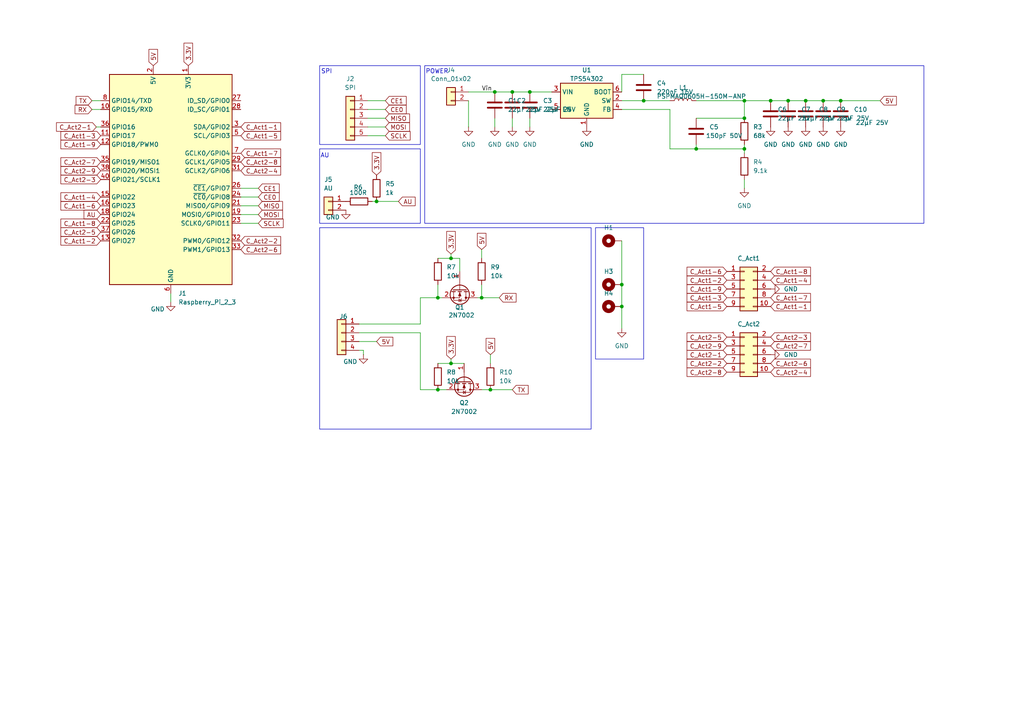
<source format=kicad_sch>
(kicad_sch (version 20231120) (generator "eeschema") (generator_version "8.0")
  (paper "A4")
  (lib_symbols
    (symbol "Connector:Raspberry_Pi_2_3"
      (property "Reference" "J" (at -17.78 31.75 0))
      (property "Value" "Raspberry_Pi_2_3" (at 10.16 -31.75 0))
      (symbol "Raspberry_Pi_2_3_0_1"
        (rectangle (start -17.78 30.48) (end 17.78 -30.48) (stroke (width 0.254)) (fill (type background)))
      )
      (symbol "Raspberry_Pi_2_3_1_1"
        (pin power_in line (at 5.08 33.02 270) (length 2.54) (name "3V3") (number "1"))
        (pin bidirectional line (at -20.32 20.32 0) (length 2.54) (name "GPIO15/RXD") (number "10"))
        (pin bidirectional line (at -20.32 12.7 0) (length 2.54) (name "GPIO17") (number "11"))
        (pin bidirectional line (at -20.32 10.16 0) (length 2.54) (name "GPIO18/PWM0") (number "12"))
        (pin bidirectional line (at -20.32 -17.78 0) (length 2.54) (name "GPIO27") (number "13"))
        (pin passive line (at 0 -33.02 90) (length 2.54) hide (name "GND") (number "14"))
        (pin bidirectional line (at -20.32 -5.08 0) (length 2.54) (name "GPIO22") (number "15"))
        (pin bidirectional line (at -20.32 -7.62 0) (length 2.54) (name "GPIO23") (number "16"))
        (pin passive line (at 5.08 33.02 270) (length 2.54) hide (name "3V3") (number "17"))
        (pin bidirectional line (at -20.32 -10.16 0) (length 2.54) (name "GPIO24") (number "18"))
        (pin bidirectional line (at 20.32 -10.16 180) (length 2.54) (name "MOSI0/GPIO10") (number "19"))
        (pin power_in line (at -5.08 33.02 270) (length 2.54) (name "5V") (number "2"))
        (pin passive line (at 0 -33.02 90) (length 2.54) hide (name "GND") (number "20"))
        (pin bidirectional line (at 20.32 -7.62 180) (length 2.54) (name "MISO0/GPIO9") (number "21"))
        (pin bidirectional line (at -20.32 -12.7 0) (length 2.54) (name "GPIO25") (number "22"))
        (pin bidirectional line (at 20.32 -12.7 180) (length 2.54) (name "SCLK0/GPIO11") (number "23"))
        (pin bidirectional line (at 20.32 -5.08 180) (length 2.54) (name "~{CE0}/GPIO8") (number "24"))
        (pin passive line (at 0 -33.02 90) (length 2.54) hide (name "GND") (number "25"))
        (pin bidirectional line (at 20.32 -2.54 180) (length 2.54) (name "~{CE1}/GPIO7") (number "26"))
        (pin bidirectional line (at 20.32 22.86 180) (length 2.54) (name "ID_SD/GPIO0") (number "27"))
        (pin bidirectional line (at 20.32 20.32 180) (length 2.54) (name "ID_SC/GPIO1") (number "28"))
        (pin bidirectional line (at 20.32 5.08 180) (length 2.54) (name "GCLK1/GPIO5") (number "29"))
        (pin bidirectional line (at 20.32 15.24 180) (length 2.54) (name "SDA/GPIO2") (number "3"))
        (pin passive line (at 0 -33.02 90) (length 2.54) hide (name "GND") (number "30"))
        (pin bidirectional line (at 20.32 2.54 180) (length 2.54) (name "GCLK2/GPIO6") (number "31"))
        (pin bidirectional line (at 20.32 -17.78 180) (length 2.54) (name "PWM0/GPIO12") (number "32"))
        (pin bidirectional line (at 20.32 -20.32 180) (length 2.54) (name "PWM1/GPIO13") (number "33"))
        (pin passive line (at 0 -33.02 90) (length 2.54) hide (name "GND") (number "34"))
        (pin bidirectional line (at -20.32 5.08 0) (length 2.54) (name "GPIO19/MISO1") (number "35"))
        (pin bidirectional line (at -20.32 15.24 0) (length 2.54) (name "GPIO16") (number "36"))
        (pin bidirectional line (at -20.32 -15.24 0) (length 2.54) (name "GPIO26") (number "37"))
        (pin bidirectional line (at -20.32 2.54 0) (length 2.54) (name "GPIO20/MOSI1") (number "38"))
        (pin passive line (at 0 -33.02 90) (length 2.54) hide (name "GND") (number "39"))
        (pin passive line (at -5.08 33.02 270) (length 2.54) hide (name "5V") (number "4"))
        (pin bidirectional line (at -20.32 0 0) (length 2.54) (name "GPIO21/SCLK1") (number "40"))
        (pin bidirectional line (at 20.32 12.7 180) (length 2.54) (name "SCL/GPIO3") (number "5"))
        (pin power_in line (at 0 -33.02 90) (length 2.54) (name "GND") (number "6"))
        (pin bidirectional line (at 20.32 7.62 180) (length 2.54) (name "GCLK0/GPIO4") (number "7"))
        (pin bidirectional line (at -20.32 22.86 0) (length 2.54) (name "GPIO14/TXD") (number "8"))
        (pin passive line (at 0 -33.02 90) (length 2.54) hide (name "GND") (number "9"))
      )
    )
    (symbol "Connector_Generic:Conn_01x02" (pin_names (offset 1.016) hide)
      (property "Reference" "J" (at 0 2.54 0))
      (property "Value" "Conn_01x02" (at 0 -5.08 0))
      (symbol "Conn_01x02_1_1"
        (rectangle (start -1.27 -2.413) (end 0 -2.667) (stroke (width 0.1524)))
        (rectangle (start -1.27 0.127) (end 0 -0.127) (stroke (width 0.1524)))
        (rectangle (start -1.27 1.27) (end 1.27 -3.81) (stroke (width 0.254)) (fill (type background)))
        (pin passive line (at -5.08 0 0) (length 3.81) (name "Pin_1") (number "1"))
        (pin passive line (at -5.08 -2.54 0) (length 3.81) (name "Pin_2") (number "2"))
      )
    )
    (symbol "Connector_Generic:Conn_01x04" (pin_names (offset 1.016) hide)
      (property "Reference" "J" (at 0 5.08 0))
      (property "Value" "Conn_01x04" (at 0 -7.62 0))
      (symbol "Conn_01x04_1_1"
        (rectangle (start -1.27 -4.953) (end 0 -5.207) (stroke (width 0.1524)))
        (rectangle (start -1.27 -2.413) (end 0 -2.667) (stroke (width 0.1524)))
        (rectangle (start -1.27 0.127) (end 0 -0.127) (stroke (width 0.1524)))
        (rectangle (start -1.27 2.667) (end 0 2.413) (stroke (width 0.1524)))
        (rectangle (start -1.27 3.81) (end 1.27 -6.35) (stroke (width 0.254)) (fill (type background)))
        (pin passive line (at -5.08 2.54 0) (length 3.81) (name "Pin_1") (number "1"))
        (pin passive line (at -5.08 0 0) (length 3.81) (name "Pin_2") (number "2"))
        (pin passive line (at -5.08 -2.54 0) (length 3.81) (name "Pin_3") (number "3"))
        (pin passive line (at -5.08 -5.08 0) (length 3.81) (name "Pin_4") (number "4"))
      )
    )
    (symbol "Connector_Generic:Conn_01x05" (pin_names (offset 1.016) hide)
      (property "Reference" "J" (at 0 7.62 0))
      (property "Value" "Conn_01x05" (at 0 -7.62 0))
      (symbol "Conn_01x05_1_1"
        (rectangle (start -1.27 -4.953) (end 0 -5.207) (stroke (width 0.1524)))
        (rectangle (start -1.27 -2.413) (end 0 -2.667) (stroke (width 0.1524)))
        (rectangle (start -1.27 0.127) (end 0 -0.127) (stroke (width 0.1524)))
        (rectangle (start -1.27 2.667) (end 0 2.413) (stroke (width 0.1524)))
        (rectangle (start -1.27 5.207) (end 0 4.953) (stroke (width 0.1524)))
        (rectangle (start -1.27 6.35) (end 1.27 -6.35) (stroke (width 0.254)) (fill (type background)))
        (pin passive line (at -5.08 5.08 0) (length 3.81) (name "Pin_1") (number "1"))
        (pin passive line (at -5.08 2.54 0) (length 3.81) (name "Pin_2") (number "2"))
        (pin passive line (at -5.08 0 0) (length 3.81) (name "Pin_3") (number "3"))
        (pin passive line (at -5.08 -2.54 0) (length 3.81) (name "Pin_4") (number "4"))
        (pin passive line (at -5.08 -5.08 0) (length 3.81) (name "Pin_5") (number "5"))
      )
    )
    (symbol "Connector_Generic:Conn_02x05_Odd_Even" (pin_names (offset 1.016) hide)
      (property "Reference" "J" (at 1.27 7.62 0))
      (property "Value" "Conn_02x05_Odd_Even" (at 1.27 -7.62 0))
      (symbol "Conn_02x05_Odd_Even_1_1"
        (rectangle (start -1.27 -4.953) (end 0 -5.207) (stroke (width 0.1524)))
        (rectangle (start -1.27 -2.413) (end 0 -2.667) (stroke (width 0.1524)))
        (rectangle (start -1.27 0.127) (end 0 -0.127) (stroke (width 0.1524)))
        (rectangle (start -1.27 2.667) (end 0 2.413) (stroke (width 0.1524)))
        (rectangle (start -1.27 5.207) (end 0 4.953) (stroke (width 0.1524)))
        (rectangle (start -1.27 6.35) (end 3.81 -6.35) (stroke (width 0.254)) (fill (type background)))
        (rectangle (start 3.81 -4.953) (end 2.54 -5.207) (stroke (width 0.1524)))
        (rectangle (start 3.81 -2.413) (end 2.54 -2.667) (stroke (width 0.1524)))
        (rectangle (start 3.81 0.127) (end 2.54 -0.127) (stroke (width 0.1524)))
        (rectangle (start 3.81 2.667) (end 2.54 2.413) (stroke (width 0.1524)))
        (rectangle (start 3.81 5.207) (end 2.54 4.953) (stroke (width 0.1524)))
        (pin passive line (at -5.08 5.08 0) (length 3.81) (name "Pin_1") (number "1"))
        (pin passive line (at 7.62 -5.08 180) (length 3.81) (name "Pin_10") (number "10"))
        (pin passive line (at 7.62 5.08 180) (length 3.81) (name "Pin_2") (number "2"))
        (pin passive line (at -5.08 2.54 0) (length 3.81) (name "Pin_3") (number "3"))
        (pin passive line (at 7.62 2.54 180) (length 3.81) (name "Pin_4") (number "4"))
        (pin passive line (at -5.08 0 0) (length 3.81) (name "Pin_5") (number "5"))
        (pin passive line (at 7.62 0 180) (length 3.81) (name "Pin_6") (number "6"))
        (pin passive line (at -5.08 -2.54 0) (length 3.81) (name "Pin_7") (number "7"))
        (pin passive line (at 7.62 -2.54 180) (length 3.81) (name "Pin_8") (number "8"))
        (pin passive line (at -5.08 -5.08 0) (length 3.81) (name "Pin_9") (number "9"))
      )
    )
    (symbol "Device:C" (pin_numbers hide) (pin_names (offset 0.254))
      (property "Reference" "C" (at 0.635 2.54 0))
      (property "Value" "C" (at 0.635 -2.54 0))
      (symbol "C_0_1"
        (polyline (pts (xy -2.032 -0.762) (xy 2.032 -0.762)) (stroke (width 0.508)))
        (polyline (pts (xy -2.032 0.762) (xy 2.032 0.762)) (stroke (width 0.508)))
      )
      (symbol "C_1_1"
        (pin passive line (at 0 3.81 270) (length 2.794) (name "~") (number "1"))
        (pin passive line (at 0 -3.81 90) (length 2.794) (name "~") (number "2"))
      )
    )
    (symbol "Device:L" (pin_numbers hide) (pin_names (offset 1.016) hide)
      (property "Reference" "L" (at -1.27 0 90))
      (property "Value" "L" (at 1.905 0 90))
      (symbol "L_0_1"
        (arc (start 0 -2.54) (mid 0.6323 -1.905) (end 0 -1.27))
        (arc (start 0 -1.27) (mid 0.6323 -0.635) (end 0 0))
        (arc (start 0 0) (mid 0.6323 0.635) (end 0 1.27))
        (arc (start 0 1.27) (mid 0.6323 1.905) (end 0 2.54))
      )
      (symbol "L_1_1"
        (pin passive line (at 0 3.81 270) (length 1.27) (name "1") (number "1"))
        (pin passive line (at 0 -3.81 90) (length 1.27) (name "2") (number "2"))
      )
    )
    (symbol "Device:R" (pin_numbers hide) (pin_names (offset 0))
      (property "Reference" "R" (at 2.032 0 90))
      (property "Value" "R" (at 0 0 90))
      (symbol "R_0_1"
        (rectangle (start -1.016 -2.54) (end 1.016 2.54) (stroke (width 0.254)))
      )
      (symbol "R_1_1"
        (pin passive line (at 0 3.81 270) (length 1.27) (name "~") (number "1"))
        (pin passive line (at 0 -3.81 90) (length 1.27) (name "~") (number "2"))
      )
    )
    (symbol "Mechanical:MountingHole_Pad" (pin_numbers hide) (pin_names (offset 1.016) hide) (exclude_from_sim yes) (in_bom no)
      (property "Reference" "H" (at 0 6.35 0))
      (property "Value" "MountingHole_Pad" (at 0 4.445 0))
      (symbol "MountingHole_Pad_0_1"
        (circle (center 0 1.27) (radius 1.27) (stroke (width 1.27)))
      )
      (symbol "MountingHole_Pad_1_1"
        (pin input line (at 0 -2.54 90) (length 2.54) (name "1") (number "1"))
      )
    )
    (symbol "Regulator_Switching:TPS54302"
      (property "Reference" "U" (at -7.62 6.35 0))
      (property "Value" "TPS54302" (at 0 6.35 0))
      (symbol "TPS54302_0_1"
        (rectangle (start -7.62 5.08) (end 7.62 -5.08) (stroke (width 0.254)) (fill (type background)))
      )
      (symbol "TPS54302_1_1"
        (pin power_in line (at 0 -7.62 90) (length 2.54) (name "GND") (number "1"))
        (pin power_out line (at 10.16 0 180) (length 2.54) (name "SW") (number "2"))
        (pin power_in line (at -10.16 2.54 0) (length 2.54) (name "VIN") (number "3"))
        (pin input line (at 10.16 -2.54 180) (length 2.54) (name "FB") (number "4"))
        (pin input line (at -10.16 -2.54 0) (length 2.54) (name "EN") (number "5"))
        (pin passive line (at 10.16 2.54 180) (length 2.54) (name "BOOT") (number "6"))
      )
    )
    (symbol "Transistor_FET:2N7002" (pin_names hide)
      (property "Reference" "Q" (at 5.08 1.905 0))
      (property "Value" "2N7002" (at 5.08 0 0))
      (symbol "2N7002_0_1"
        (polyline (pts (xy 0.254 0) (xy -2.54 0)))
        (polyline (pts (xy 0.254 1.905) (xy 0.254 -1.905)) (stroke (width 0.254)))
        (polyline (pts (xy 0.762 -1.27) (xy 0.762 -2.286)) (stroke (width 0.254)))
        (polyline (pts (xy 0.762 0.508) (xy 0.762 -0.508)) (stroke (width 0.254)))
        (polyline (pts (xy 0.762 2.286) (xy 0.762 1.27)) (stroke (width 0.254)))
        (polyline (pts (xy 2.54 2.54) (xy 2.54 1.778)))
        (polyline (pts (xy 2.54 -2.54) (xy 2.54 0) (xy 0.762 0)))
        (polyline (pts (xy 0.762 -1.778) (xy 3.302 -1.778) (xy 3.302 1.778) (xy 0.762 1.778)))
        (polyline (pts (xy 1.016 0) (xy 2.032 0.381) (xy 2.032 -0.381) (xy 1.016 0)) (fill (type outline)))
        (polyline (pts (xy 2.794 0.508) (xy 2.921 0.381) (xy 3.683 0.381) (xy 3.81 0.254)))
        (polyline (pts (xy 3.302 0.381) (xy 2.921 -0.254) (xy 3.683 -0.254) (xy 3.302 0.381)))
        (circle (center 1.651 0) (radius 2.794) (stroke (width 0.254)))
        (circle (center 2.54 -1.778) (radius 0.254) (fill (type outline)))
        (circle (center 2.54 1.778) (radius 0.254) (fill (type outline)))
      )
      (symbol "2N7002_1_1"
        (pin input line (at -5.08 0 0) (length 2.54) (name "G") (number "1"))
        (pin passive line (at 2.54 -5.08 90) (length 2.54) (name "S") (number "2"))
        (pin passive line (at 2.54 5.08 270) (length 2.54) (name "D") (number "3"))
      )
    )
    (symbol "power:GND" (power) (pin_numbers hide) (pin_names (offset 0) hide)
      (property "Value" "GND" (at 0 -3.81 0))
      (symbol "GND_0_1"
        (polyline (pts (xy 0 0) (xy 0 -1.27) (xy 1.27 -1.27) (xy 0 -2.54) (xy -1.27 -1.27) (xy 0 -1.27)))
      )
      (symbol "GND_1_1"
        (pin power_in line (at 0 0 270) (length 0) (name "~") (number "1"))
      )
    )
  )
  (junction (at 142.24 113.03))
  (junction (at 109.22 58.42))
  (junction (at 180.34 88.9))
  (junction (at 127 113.03))
  (junction (at 223.52 29.21))
  (junction (at 215.9 29.21))
  (junction (at 215.9 43.18))
  (junction (at 238.76 29.21))
  (junction (at 228.6 29.21))
  (junction (at 233.68 29.21))
  (junction (at 130.81 105.41))
  (junction (at 127 86.36))
  (junction (at 139.7 86.36))
  (junction (at 148.59 26.67))
  (junction (at 130.81 74.93))
  (junction (at 186.69 29.21))
  (junction (at 201.93 43.18))
  (junction (at 215.9 34.29))
  (junction (at 143.51 26.67))
  (junction (at 180.34 82.55))
  (junction (at 243.84 29.21))
  (junction (at 153.67 26.67))
  (wire (pts (xy 104.14 101.6) (xy 105.41 101.6)))
  (wire (pts (xy 144.78 86.36) (xy 139.7 86.36)))
  (wire (pts (xy 74.93 54.61) (xy 69.85 54.61)))
  (wire (pts (xy 26.67 29.21) (xy 29.21 29.21)))
  (wire (pts (xy 127 74.93) (xy 130.81 74.93)))
  (wire (pts (xy 26.67 31.75) (xy 29.21 31.75)))
  (wire (pts (xy 133.35 74.93) (xy 133.35 78.74)))
  (wire (pts (xy 186.69 29.21) (xy 194.31 29.21)))
  (wire (pts (xy 180.34 21.59) (xy 186.69 21.59)))
  (wire (pts (xy 142.24 102.87) (xy 142.24 105.41)))
  (wire (pts (xy 104.14 99.06) (xy 109.22 99.06)))
  (wire (pts (xy 148.59 113.03) (xy 142.24 113.03)))
  (wire (pts (xy 201.93 34.29) (xy 215.9 34.29)))
  (wire (pts (xy 215.9 43.18) (xy 215.9 44.45)))
  (wire (pts (xy 127 105.41) (xy 130.81 105.41)))
  (wire (pts (xy 201.93 29.21) (xy 215.9 29.21)))
  (wire (pts (xy 127 82.55) (xy 127 86.36)))
  (wire (pts (xy 180.34 82.55) (xy 180.34 88.9)))
  (wire (pts (xy 104.14 96.52) (xy 121.92 96.52)))
  (wire (pts (xy 238.76 29.21) (xy 243.84 29.21)))
  (wire (pts (xy 201.93 41.91) (xy 201.93 43.18)))
  (wire (pts (xy 111.76 36.83) (xy 106.68 36.83)))
  (wire (pts (xy 74.93 59.69) (xy 69.85 59.69)))
  (wire (pts (xy 74.93 57.15) (xy 69.85 57.15)))
  (wire (pts (xy 121.92 96.52) (xy 121.92 113.03)))
  (wire (pts (xy 74.93 64.77) (xy 69.85 64.77)))
  (wire (pts (xy 201.93 43.18) (xy 194.31 43.18)))
  (wire (pts (xy 215.9 54.61) (xy 215.9 52.07)))
  (wire (pts (xy 143.51 36.83) (xy 143.51 34.29)))
  (wire (pts (xy 243.84 29.21) (xy 255.27 29.21)))
  (wire (pts (xy 148.59 26.67) (xy 153.67 26.67)))
  (wire (pts (xy 215.9 43.18) (xy 215.9 41.91)))
  (wire (pts (xy 105.41 101.6) (xy 105.41 102.87)))
  (wire (pts (xy 130.81 105.41) (xy 134.62 105.41)))
  (wire (pts (xy 27.94 36.83) (xy 29.21 36.83)))
  (wire (pts (xy 201.93 43.18) (xy 215.9 43.18)))
  (wire (pts (xy 180.34 26.67) (xy 180.34 21.59)))
  (wire (pts (xy 121.92 113.03) (xy 127 113.03)))
  (wire (pts (xy 109.22 58.42) (xy 115.57 58.42)))
  (wire (pts (xy 139.7 82.55) (xy 139.7 86.36)))
  (wire (pts (xy 153.67 36.83) (xy 153.67 34.29)))
  (wire (pts (xy 127 113.03) (xy 129.54 113.03)))
  (wire (pts (xy 228.6 29.21) (xy 233.68 29.21)))
  (wire (pts (xy 180.34 88.9) (xy 180.34 95.25)))
  (wire (pts (xy 180.34 29.21) (xy 186.69 29.21)))
  (wire (pts (xy 107.95 58.42) (xy 109.22 58.42)))
  (wire (pts (xy 139.7 72.39) (xy 139.7 74.93)))
  (wire (pts (xy 153.67 26.67) (xy 160.02 26.67)))
  (wire (pts (xy 121.92 86.36) (xy 127 86.36)))
  (wire (pts (xy 111.76 31.75) (xy 106.68 31.75)))
  (wire (pts (xy 104.14 93.98) (xy 121.92 93.98)))
  (wire (pts (xy 223.52 29.21) (xy 228.6 29.21)))
  (wire (pts (xy 49.53 87.63) (xy 49.53 85.09)))
  (wire (pts (xy 233.68 29.21) (xy 238.76 29.21)))
  (wire (pts (xy 121.92 93.98) (xy 121.92 86.36)))
  (wire (pts (xy 142.24 113.03) (xy 139.7 113.03)))
  (wire (pts (xy 194.31 31.75) (xy 180.34 31.75)))
  (wire (pts (xy 215.9 29.21) (xy 223.52 29.21)))
  (wire (pts (xy 74.93 62.23) (xy 69.85 62.23)))
  (wire (pts (xy 111.76 34.29) (xy 106.68 34.29)))
  (wire (pts (xy 139.7 86.36) (xy 138.43 86.36)))
  (wire (pts (xy 148.59 36.83) (xy 148.59 34.29)))
  (wire (pts (xy 130.81 74.93) (xy 133.35 74.93)))
  (wire (pts (xy 135.89 26.67) (xy 143.51 26.67)))
  (wire (pts (xy 127 86.36) (xy 128.27 86.36)))
  (wire (pts (xy 180.34 69.85) (xy 180.34 82.55)))
  (wire (pts (xy 215.9 29.21) (xy 215.9 34.29)))
  (wire (pts (xy 130.81 104.14) (xy 130.81 105.41)))
  (wire (pts (xy 135.89 36.83) (xy 135.89 29.21)))
  (wire (pts (xy 111.76 39.37) (xy 106.68 39.37)))
  (wire (pts (xy 111.76 29.21) (xy 106.68 29.21)))
  (wire (pts (xy 194.31 31.75) (xy 194.31 43.18)))
  (wire (pts (xy 143.51 26.67) (xy 148.59 26.67)))
  (wire (pts (xy 130.81 73.66) (xy 130.81 74.93)))
  (rectangle (start 92.71 43.18) (end 121.92 64.77))
  (rectangle (start 92.71 66.04) (end 171.45 124.46))
  (rectangle (start 123.19 19.05) (end 267.97 64.77))
  (rectangle (start 172.72 66.04) (end 186.69 104.14))
  (rectangle (start 92.71 19.05) (end 121.92 41.91))
  (text "POWER" (at 126.746 20.828 0) (effects (font (size 1.27 1.27))))
  (text "SPI\n" (at 94.742 20.828 0) (effects (font (size 1.27 1.27))))
  (text "AU\n" (at 94.234 45.212 0) (effects (font (size 1.27 1.27))))
  (label "Vin" (at 139.7 26.67 0))
  (global_label "MISO" (shape input) (at 111.76 34.29 0) (property "Intersheetrefs" "${INTERSHEET_REFS}" (effects (hide yes))))
  (global_label "CE1" (shape input) (at 74.93 54.61 0) (property "Intersheetrefs" "${INTERSHEET_REFS}" (effects (hide yes))))
  (global_label "3.3V" (shape input) (at 130.81 73.66 90) (property "Intersheetrefs" "${INTERSHEET_REFS}" (effects (hide yes))))
  (global_label "5V" (shape input) (at 142.24 102.87 90) (property "Intersheetrefs" "${INTERSHEET_REFS}" (effects (hide yes))))
  (global_label "3.3V" (shape input) (at 54.61 19.05 90) (property "Intersheetrefs" "${INTERSHEET_REFS}" (effects (hide yes))))
  (global_label "CE0" (shape input) (at 111.76 31.75 0) (property "Intersheetrefs" "${INTERSHEET_REFS}" (effects (hide yes))))
  (global_label "C_Act2-6" (shape input) (at 69.85 72.39 0) (property "Intersheetrefs" "${INTERSHEET_REFS}" (effects (hide yes))))
  (global_label "C_Act2-3" (shape input) (at 223.52 97.79 0) (property "Intersheetrefs" "${INTERSHEET_REFS}" (effects (hide yes))))
  (global_label "C_Act2-2" (shape input) (at 69.85 69.85 0) (property "Intersheetrefs" "${INTERSHEET_REFS}" (effects (hide yes))))
  (global_label "MOSI" (shape input) (at 111.76 36.83 0) (property "Intersheetrefs" "${INTERSHEET_REFS}" (effects (hide yes))))
  (global_label "C_Act2-9" (shape input) (at 29.21 49.53 180) (property "Intersheetrefs" "${INTERSHEET_REFS}" (effects (hide yes))))
  (global_label "C_Act2-4" (shape input) (at 69.85 49.53 0) (property "Intersheetrefs" "${INTERSHEET_REFS}" (effects (hide yes))))
  (global_label "C_Act1-8" (shape input) (at 29.21 64.77 180) (property "Intersheetrefs" "${INTERSHEET_REFS}" (effects (hide yes))))
  (global_label "C_Act2-2" (shape input) (at 210.82 105.41 180) (property "Intersheetrefs" "${INTERSHEET_REFS}" (effects (hide yes))))
  (global_label "C_Act1-6" (shape input) (at 210.82 78.74 180) (property "Intersheetrefs" "${INTERSHEET_REFS}" (effects (hide yes))))
  (global_label "5V" (shape input) (at 44.45 19.05 90) (property "Intersheetrefs" "${INTERSHEET_REFS}" (effects (hide yes))))
  (global_label "C_Act2-6" (shape input) (at 223.52 105.41 0) (property "Intersheetrefs" "${INTERSHEET_REFS}" (effects (hide yes))))
  (global_label "C_Act1-4" (shape input) (at 29.21 57.15 180) (property "Intersheetrefs" "${INTERSHEET_REFS}" (effects (hide yes))))
  (global_label "C_Act2-8" (shape input) (at 210.82 107.95 180) (property "Intersheetrefs" "${INTERSHEET_REFS}" (effects (hide yes))))
  (global_label "C_Act1-7" (shape input) (at 223.52 86.36 0) (property "Intersheetrefs" "${INTERSHEET_REFS}" (effects (hide yes))))
  (global_label "C_Act1-9" (shape input) (at 210.82 83.82 180) (property "Intersheetrefs" "${INTERSHEET_REFS}" (effects (hide yes))))
  (global_label "5V" (shape input) (at 255.27 29.21 0) (property "Intersheetrefs" "${INTERSHEET_REFS}" (effects (hide yes))))
  (global_label "5V" (shape input) (at 109.22 99.06 0) (property "Intersheetrefs" "${INTERSHEET_REFS}" (effects (hide yes))))
  (global_label "C_Act1-2" (shape input) (at 29.21 69.85 180) (property "Intersheetrefs" "${INTERSHEET_REFS}" (effects (hide yes))))
  (global_label "3.3V" (shape input) (at 109.22 50.8 90) (property "Intersheetrefs" "${INTERSHEET_REFS}" (effects (hide yes))))
  (global_label "C_Act2-5" (shape input) (at 29.21 67.31 180) (property "Intersheetrefs" "${INTERSHEET_REFS}" (effects (hide yes))))
  (global_label "C_Act2-1" (shape input) (at 210.82 102.87 180) (property "Intersheetrefs" "${INTERSHEET_REFS}" (effects (hide yes))))
  (global_label "C_Act1-9" (shape input) (at 29.21 41.91 180) (property "Intersheetrefs" "${INTERSHEET_REFS}" (effects (hide yes))))
  (global_label "3.3V" (shape input) (at 130.81 104.14 90) (property "Intersheetrefs" "${INTERSHEET_REFS}" (effects (hide yes))))
  (global_label "TX" (shape input) (at 26.67 29.21 180) (property "Intersheetrefs" "${INTERSHEET_REFS}" (effects (hide yes))))
  (global_label "MOSI" (shape input) (at 74.93 62.23 0) (property "Intersheetrefs" "${INTERSHEET_REFS}" (effects (hide yes))))
  (global_label "SCLK" (shape input) (at 74.93 64.77 0) (property "Intersheetrefs" "${INTERSHEET_REFS}" (effects (hide yes))))
  (global_label "C_Act1-5" (shape input) (at 69.85 39.37 0) (property "Intersheetrefs" "${INTERSHEET_REFS}" (effects (hide yes))))
  (global_label "RX" (shape input) (at 144.78 86.36 0) (property "Intersheetrefs" "${INTERSHEET_REFS}" (effects (hide yes))))
  (global_label "C_Act2-9" (shape input) (at 210.82 100.33 180) (property "Intersheetrefs" "${INTERSHEET_REFS}" (effects (hide yes))))
  (global_label "5V" (shape input) (at 139.7 72.39 90) (property "Intersheetrefs" "${INTERSHEET_REFS}" (effects (hide yes))))
  (global_label "C_Act1-5" (shape input) (at 210.82 88.9 180) (property "Intersheetrefs" "${INTERSHEET_REFS}" (effects (hide yes))))
  (global_label "C_Act1-1" (shape input) (at 69.85 36.83 0) (property "Intersheetrefs" "${INTERSHEET_REFS}" (effects (hide yes))))
  (global_label "TX" (shape input) (at 148.59 113.03 0) (property "Intersheetrefs" "${INTERSHEET_REFS}" (effects (hide yes))))
  (global_label "CE0" (shape input) (at 74.93 57.15 0) (property "Intersheetrefs" "${INTERSHEET_REFS}" (effects (hide yes))))
  (global_label "C_Act1-6" (shape input) (at 29.21 59.69 180) (property "Intersheetrefs" "${INTERSHEET_REFS}" (effects (hide yes))))
  (global_label "C_Act1-4" (shape input) (at 223.52 81.28 0) (property "Intersheetrefs" "${INTERSHEET_REFS}" (effects (hide yes))))
  (global_label "C_Act2-4" (shape input) (at 223.52 107.95 0) (property "Intersheetrefs" "${INTERSHEET_REFS}" (effects (hide yes))))
  (global_label "C_Act1-2" (shape input) (at 210.82 81.28 180) (property "Intersheetrefs" "${INTERSHEET_REFS}" (effects (hide yes))))
  (global_label "C_Act2-7" (shape input) (at 29.21 46.99 180) (property "Intersheetrefs" "${INTERSHEET_REFS}" (effects (hide yes))))
  (global_label "C_Act1-1" (shape input) (at 223.52 88.9 0) (property "Intersheetrefs" "${INTERSHEET_REFS}" (effects (hide yes))))
  (global_label "C_Act1-3" (shape input) (at 29.21 39.37 180) (property "Intersheetrefs" "${INTERSHEET_REFS}" (effects (hide yes))))
  (global_label "MISO" (shape input) (at 74.93 59.69 0) (property "Intersheetrefs" "${INTERSHEET_REFS}" (effects (hide yes))))
  (global_label "AU" (shape input) (at 115.57 58.42 0) (property "Intersheetrefs" "${INTERSHEET_REFS}" (effects (hide yes))))
  (global_label "C_Act2-5" (shape input) (at 210.82 97.79 180) (property "Intersheetrefs" "${INTERSHEET_REFS}" (effects (hide yes))))
  (global_label "C_Act1-8" (shape input) (at 223.52 78.74 0) (property "Intersheetrefs" "${INTERSHEET_REFS}" (effects (hide yes))))
  (global_label "C_Act2-8" (shape input) (at 69.85 46.99 0) (property "Intersheetrefs" "${INTERSHEET_REFS}" (effects (hide yes))))
  (global_label "C_Act2-3" (shape input) (at 29.21 52.07 180) (property "Intersheetrefs" "${INTERSHEET_REFS}" (effects (hide yes))))
  (global_label "CE1" (shape input) (at 111.76 29.21 0) (property "Intersheetrefs" "${INTERSHEET_REFS}" (effects (hide yes))))
  (global_label "C_Act2-1" (shape input) (at 27.94 36.83 180) (property "Intersheetrefs" "${INTERSHEET_REFS}" (effects (hide yes))))
  (global_label "C_Act1-3" (shape input) (at 210.82 86.36 180) (property "Intersheetrefs" "${INTERSHEET_REFS}" (effects (hide yes))))
  (global_label "C_Act1-7" (shape input) (at 69.85 44.45 0) (property "Intersheetrefs" "${INTERSHEET_REFS}" (effects (hide yes))))
  (global_label "SCLK" (shape input) (at 111.76 39.37 0) (property "Intersheetrefs" "${INTERSHEET_REFS}" (effects (hide yes))))
  (global_label "C_Act2-7" (shape input) (at 223.52 100.33 0) (property "Intersheetrefs" "${INTERSHEET_REFS}" (effects (hide yes))))
  (global_label "AU" (shape input) (at 29.21 62.23 180) (property "Intersheetrefs" "${INTERSHEET_REFS}" (effects (hide yes))))
  (global_label "RX" (shape input) (at 26.67 31.75 180) (property "Intersheetrefs" "${INTERSHEET_REFS}" (effects (hide yes))))
  (symbol (lib_id "Device:C") (at 243.84 33.02 0) (unit 1)
    (property "Reference" "C10" (at 247.65 31.75 0) (effects (justify left)))
    (property "Value" "22µF 25V" (at 248.158 35.56 0) (effects (justify left)))
    (property "Footprint" "Capacitor_SMD:C_0805_2012Metric" (effects (hide yes)))
  )
  (symbol (lib_id "Device:C") (at 143.51 30.48 0) (unit 1)
    (property "Reference" "C1" (at 147.32 29.21 0) (effects (justify left)))
    (property "Value" "22µF 25V" (at 147.32 31.75 0) (effects (justify left)))
    (property "Footprint" "Capacitor_SMD:C_0805_2012Metric" (effects (hide yes)))
  )
  (symbol (lib_id "power:GND") (at 135.89 36.83 0) (unit 1)
    (property "Reference" "#PWR012" (effects (hide yes)))
    (property "Value" "GND" (at 135.89 41.91 0))
  )
  (symbol (lib_id "power:GND") (at 153.67 36.83 0) (unit 1)
    (property "Reference" "#PWR04" (effects (hide yes)))
    (property "Value" "GND" (at 153.67 41.91 0))
  )
  (symbol (lib_id "power:GND") (at 233.68 36.83 0) (unit 1)
    (property "Reference" "#PWR09" (effects (hide yes)))
    (property "Value" "GND" (at 233.68 41.91 0))
  )
  (symbol (lib_id "Connector_Generic:Conn_01x02") (at 95.25 58.42 0) (mirror y) (unit 1)
    (property "Reference" "J5" (at 95.25 52.07 0))
    (property "Value" "AU" (at 95.25 54.61 0))
    (property "Footprint" "Connector_JST:JST_XH_B2B-XH-A_1x02_P2.50mm_Vertical" (effects (hide yes)))
    (property "Description" "Generic connector, single row, 01x02, script generated (kicad-library-utils/schlib/autogen/connector/)" (effects (hide yes)))
  )
  (symbol (lib_id "Mechanical:MountingHole_Pad") (at 177.8 88.9 90) (unit 1) (exclude_from_sim yes) (in_bom no)
    (property "Reference" "H4" (at 176.53 85.09 90))
    (property "Value" "MountingHole_Pad" (effects (hide yes)))
    (property "Footprint" "MountingHole:MountingHole_3.2mm_M3_DIN965_Pad_TopBottom" (effects (hide yes)))
    (property "Description" "Mounting Hole with connection" (effects (hide yes)))
  )
  (symbol (lib_id "Regulator_Switching:TPS54302") (at 170.18 29.21 0) (unit 1)
    (property "Reference" "U1" (at 170.18 20.32 0))
    (property "Value" "TPS54302" (at 170.18 22.86 0))
    (property "Footprint" "Package_TO_SOT_SMD:SOT-23-6" (effects (hide yes)))
    (property "Datasheet" "http://www.ti.com/lit/ds/symlink/tps54302.pdf" (effects (hide yes)))
  )
  (symbol (lib_id "Device:C") (at 233.68 33.02 0) (unit 1)
    (property "Reference" "C8" (at 237.49 31.75 0) (effects (justify left)))
    (property "Value" "22µF 25V" (at 237.49 34.29 0) (effects (justify left)))
    (property "Footprint" "Capacitor_SMD:C_0805_2012Metric" (effects (hide yes)))
  )
  (symbol (lib_id "Connector_Generic:Conn_02x05_Odd_Even") (at 215.9 83.82 0) (unit 1)
    (property "Reference" "C_Act1" (at 217.17 74.93 0))
    (property "Value" "Conn_02x05_Odd_Even" (effects (hide yes)))
    (property "Footprint" "Connector_IDC:IDC-Header_2x05_P2.54mm_Vertical" (effects (hide yes)))
  )
  (symbol (lib_id "Mechanical:MountingHole_Pad") (at 177.8 69.85 90) (unit 1) (exclude_from_sim yes) (in_bom no)
    (property "Reference" "H1" (at 176.53 66.04 90))
    (property "Value" "MountingHole_Pad" (effects (hide yes)))
    (property "Footprint" "MountingHole:MountingHole_3.2mm_M3_DIN965_Pad_TopBottom" (effects (hide yes)))
    (property "Description" "Mounting Hole with connection" (effects (hide yes)))
  )
  (symbol (lib_id "Device:R") (at 127 109.22 0) (unit 1)
    (property "Reference" "R8" (at 129.54 107.9499 0) (effects (justify left)))
    (property "Value" "10k" (at 129.54 110.4899 0) (effects (justify left)))
    (property "Footprint" "Capacitor_SMD:C_0402_1005Metric" (effects (hide yes)))
    (property "Description" "Resistor" (effects (hide yes)))
  )
  (symbol (lib_id "power:GND") (at 228.6 36.83 0) (unit 1)
    (property "Reference" "#PWR08" (effects (hide yes)))
    (property "Value" "GND" (at 228.6 41.91 0))
  )
  (symbol (lib_id "power:GND") (at 238.76 36.83 0) (unit 1)
    (property "Reference" "#PWR010" (effects (hide yes)))
    (property "Value" "GND" (at 238.76 41.91 0))
  )
  (symbol (lib_id "Connector:Raspberry_Pi_2_3") (at 49.53 52.07 0) (unit 1)
    (property "Reference" "J1" (at 51.7241 85.09 0) (effects (justify left)))
    (property "Value" "Raspberry_Pi_2_3" (at 51.7241 87.63 0) (effects (justify left)))
    (property "Footprint" "Connector_PinHeader_2.54mm:PinHeader_2x20_P2.54mm_Vertical" (effects (hide yes)))
    (property "Datasheet" "https://www.raspberrypi.org/documentation/hardware/raspberrypi/schematics/rpi_SCH_3bplus_1p0_reduced.pdf" (effects (hide yes)))
    (property "Description" "expansion header for Raspberry Pi 2 & 3" (effects (hide yes)))
  )
  (symbol (lib_id "Device:C") (at 201.93 38.1 0) (unit 1)
    (property "Reference" "C5" (at 205.74 36.8299 0) (effects (justify left)))
    (property "Value" "150pF 50V" (at 204.724 39.37 0) (effects (justify left)))
    (property "Footprint" "Capacitor_SMD:C_0603_1608Metric" (effects (hide yes)))
  )
  (symbol (lib_id "power:GND") (at 180.34 95.25 0) (unit 1)
    (property "Reference" "#PWR01" (effects (hide yes)))
    (property "Value" "GND" (at 180.34 100.33 0))
    (property "Description" "Power symbol creates a global label with name \"GND\" , ground" (effects (hide yes)))
  )
  (symbol (lib_id "Device:R") (at 215.9 48.26 0) (unit 1)
    (property "Reference" "R4" (at 218.44 46.99 0) (effects (justify left)))
    (property "Value" "9.1k" (at 218.44 49.53 0) (effects (justify left)))
    (property "Footprint" "Resistor_SMD:R_0603_1608Metric" (effects (hide yes)))
  )
  (symbol (lib_id "power:GND") (at 223.52 83.82 90) (unit 1)
    (property "Reference" "#PWR016" (effects (hide yes)))
    (property "Value" "GND" (at 227.33 83.8199 90) (effects (justify right)))
  )
  (symbol (lib_id "power:GND") (at 243.84 36.83 0) (unit 1)
    (property "Reference" "#PWR011" (effects (hide yes)))
    (property "Value" "GND" (at 243.84 41.91 0))
  )
  (symbol (lib_id "Mechanical:MountingHole_Pad") (at 177.8 82.55 90) (unit 1) (exclude_from_sim yes) (in_bom no)
    (property "Reference" "H3" (at 176.53 78.74 90))
    (property "Value" "MountingHole_Pad" (effects (hide yes)))
    (property "Footprint" "MountingHole:MountingHole_3.2mm_M3_DIN965_Pad_TopBottom" (effects (hide yes)))
    (property "Description" "Mounting Hole with connection" (effects (hide yes)))
  )
  (symbol (lib_id "Connector_Generic:Conn_01x04") (at 99.06 96.52 0) (mirror y) (unit 1)
    (property "Reference" "J6" (at 100.8379 91.8015 0) (effects (justify left)))
    (property "Value" "Conn_01x04" (effects (hide yes)))
    (property "Footprint" "Connector_Molex:Molex_KK-254_AE-6410-04A_1x04_P2.54mm_Vertical" (effects (hide yes)))
  )
  (symbol (lib_id "power:GND") (at 105.41 102.87 0) (unit 1)
    (property "Reference" "#PWR015" (effects (hide yes)))
    (property "Value" "GND" (at 101.6 104.8926 0))
  )
  (symbol (lib_id "Connector_Generic:Conn_02x05_Odd_Even") (at 215.9 102.87 0) (unit 1)
    (property "Reference" "C_Act2" (at 217.17 93.98 0))
    (property "Value" "Conn_02x05_Odd_Even" (effects (hide yes)))
    (property "Footprint" "Connector_IDC:IDC-Header_2x05_P2.54mm_Vertical" (effects (hide yes)))
  )
  (symbol (lib_id "Device:R") (at 142.24 109.22 0) (unit 1)
    (property "Reference" "R10" (at 144.78 107.9499 0) (effects (justify left)))
    (property "Value" "10k" (at 144.78 110.4899 0) (effects (justify left)))
    (property "Footprint" "Capacitor_SMD:C_0402_1005Metric" (effects (hide yes)))
    (property "Description" "Resistor" (effects (hide yes)))
  )
  (symbol (lib_id "Device:R") (at 109.22 54.61 0) (unit 1)
    (property "Reference" "R5" (at 111.76 53.3399 0) (effects (justify left)))
    (property "Value" "1k" (at 111.76 55.8799 0) (effects (justify left)))
    (property "Footprint" "Capacitor_SMD:C_0402_1005Metric" (effects (hide yes)))
    (property "Description" "Resistor" (effects (hide yes)))
  )
  (symbol (lib_id "power:GND") (at 215.9 54.61 0) (unit 1)
    (property "Reference" "#PWR06" (effects (hide yes)))
    (property "Value" "GND" (at 215.9 59.69 0))
  )
  (symbol (lib_id "Device:C") (at 223.52 33.02 0) (unit 1)
    (property "Reference" "C6" (at 225.552 31.75 0) (effects (justify left)))
    (property "Value" "22µF 25V" (at 225.552 34.29 0) (effects (justify left)))
    (property "Footprint" "Capacitor_SMD:C_0805_2012Metric" (effects (hide yes)))
  )
  (symbol (lib_id "power:GND") (at 223.52 102.87 90) (unit 1)
    (property "Reference" "#PWR017" (effects (hide yes)))
    (property "Value" "GND" (at 227.33 102.8699 90) (effects (justify right)))
  )
  (symbol (lib_id "power:GND") (at 49.53 87.63 0) (unit 1)
    (property "Reference" "#PWR013" (effects (hide yes)))
    (property "Value" "GND" (at 45.72 89.6526 0))
  )
  (symbol (lib_id "Device:R") (at 127 78.74 0) (unit 1)
    (property "Reference" "R7" (at 129.54 77.4699 0) (effects (justify left)))
    (property "Value" "10k" (at 129.54 80.0099 0) (effects (justify left)))
    (property "Footprint" "Capacitor_SMD:C_0402_1005Metric" (effects (hide yes)))
    (property "Description" "Resistor" (effects (hide yes)))
  )
  (symbol (lib_id "Device:L") (at 198.12 29.21 90) (unit 1)
    (property "Reference" "L1" (at 198.12 25.4 90))
    (property "Value" "PSPMAQ0605H-150M-ANP" (at 203.454 27.94 90))
    (property "Footprint" "7Robot_lib:Prod_Tech_7.1x6.6mm" (effects (hide yes)))
  )
  (symbol (lib_id "Device:R") (at 139.7 78.74 0) (unit 1)
    (property "Reference" "R9" (at 142.24 77.4699 0) (effects (justify left)))
    (property "Value" "10k" (at 142.24 80.0099 0) (effects (justify left)))
    (property "Footprint" "Capacitor_SMD:C_0402_1005Metric" (effects (hide yes)))
    (property "Description" "Resistor" (effects (hide yes)))
  )
  (symbol (lib_id "Device:R") (at 215.9 38.1 0) (unit 1)
    (property "Reference" "R3" (at 218.44 36.8299 0) (effects (justify left)))
    (property "Value" "68k" (at 218.44 39.3699 0) (effects (justify left)))
    (property "Footprint" "Resistor_SMD:R_0603_1608Metric" (effects (hide yes)))
  )
  (symbol (lib_id "Device:R") (at 104.14 58.42 90) (unit 1)
    (property "Reference" "R6" (at 103.886 54.356 90))
    (property "Value" "100R" (at 103.886 55.88 90))
    (property "Footprint" "Capacitor_SMD:C_0402_1005Metric" (effects (hide yes)))
    (property "Description" "Resistor" (effects (hide yes)))
  )
  (symbol (lib_id "power:GND") (at 223.52 36.83 0) (unit 1)
    (property "Reference" "#PWR07" (effects (hide yes)))
    (property "Value" "GND" (at 223.52 41.91 0))
  )
  (symbol (lib_id "Device:C") (at 148.59 30.48 0) (unit 1)
    (property "Reference" "C2" (at 149.86 29.21 0) (effects (justify left)))
    (property "Value" "22µF 25V" (at 152.4 31.75 0) (effects (justify left)))
    (property "Footprint" "Capacitor_SMD:C_0805_2012Metric" (effects (hide yes)))
  )
  (symbol (lib_id "power:GND") (at 100.33 60.96 0) (unit 1)
    (property "Reference" "#PWR014" (effects (hide yes)))
    (property "Value" "GND" (at 96.52 62.9826 0))
  )
  (symbol (lib_id "Transistor_FET:2N7002") (at 134.62 110.49 270) (unit 1)
    (property "Reference" "Q2" (at 134.62 116.84 90))
    (property "Value" "2N7002" (at 134.62 119.38 90))
    (property "Footprint" "Package_TO_SOT_SMD:SOT-23" (effects (hide yes)))
    (property "Datasheet" "https://www.onsemi.com/pub/Collateral/NDS7002A-D.PDF" (effects (hide yes)))
    (property "Description" "0.115A Id, 60V Vds, N-Channel MOSFET, SOT-23" (effects (hide yes)))
  )
  (symbol (lib_id "power:GND") (at 143.51 36.83 0) (unit 1)
    (property "Reference" "#PWR02" (effects (hide yes)))
    (property "Value" "GND" (at 143.51 41.91 0))
  )
  (symbol (lib_id "Transistor_FET:2N7002") (at 133.35 83.82 270) (unit 1)
    (property "Reference" "Q1" (at 133.35 89.154 90))
    (property "Value" "2N7002" (at 133.858 91.44 90))
    (property "Footprint" "Package_TO_SOT_SMD:SOT-23" (effects (hide yes)))
    (property "Datasheet" "https://www.onsemi.com/pub/Collateral/NDS7002A-D.PDF" (effects (hide yes)))
    (property "Description" "0.115A Id, 60V Vds, N-Channel MOSFET, SOT-23" (effects (hide yes)))
  )
  (symbol (lib_id "Device:C") (at 153.67 30.48 0) (unit 1)
    (property "Reference" "C3" (at 157.48 29.21 0) (effects (justify left)))
    (property "Value" "22µF 25V" (at 157.48 31.75 0) (effects (justify left)))
    (property "Footprint" "Capacitor_SMD:C_0805_2012Metric" (effects (hide yes)))
  )
  (symbol (lib_id "Device:C") (at 238.76 33.02 0) (unit 1)
    (property "Reference" "C9" (at 242.57 31.75 0) (effects (justify left)))
    (property "Value" "22µF 25V" (at 242.57 34.29 0) (effects (justify left)))
    (property "Footprint" "Capacitor_SMD:C_0805_2012Metric" (effects (hide yes)))
  )
  (symbol (lib_id "Device:C") (at 186.69 25.4 0) (unit 1)
    (property "Reference" "C4" (at 190.5 24.13 0) (effects (justify left)))
    (property "Value" "220nF 16V" (at 190.5 26.67 0) (effects (justify left)))
    (property "Footprint" "Capacitor_SMD:C_0402_1005Metric" (effects (hide yes)))
  )
  (symbol (lib_id "Connector_Generic:Conn_01x02") (at 130.81 26.67 0) (mirror y) (unit 1)
    (property "Reference" "J4" (at 130.81 20.32 0))
    (property "Value" "Conn_01x02" (at 130.81 22.86 0))
    (property "Footprint" "Connector_AMASS:AMASS_XT30U-F_1x02_P5.0mm_Vertical" (effects (hide yes)))
    (property "Description" "Generic connector, single row, 01x02, script generated (kicad-library-utils/schlib/autogen/connector/)" (effects (hide yes)))
  )
  (symbol (lib_id "Device:C") (at 228.6 33.02 0) (unit 1)
    (property "Reference" "C7" (at 232.41 31.75 0) (effects (justify left)))
    (property "Value" "22µF 25V" (at 232.41 34.29 0) (effects (justify left)))
    (property "Footprint" "Capacitor_SMD:C_0805_2012Metric" (effects (hide yes)))
  )
  (symbol (lib_id "power:GND") (at 170.18 36.83 0) (unit 1)
    (property "Reference" "#PWR05" (effects (hide yes)))
    (property "Value" "GND" (at 170.18 41.91 0))
  )
  (symbol (lib_id "Connector_Generic:Conn_01x05") (at 101.6 34.29 0) (mirror y) (unit 1)
    (property "Reference" "J2" (at 101.6 22.86 0))
    (property "Value" "SPI" (at 101.6 25.4 0))
    (property "Footprint" "Connector_JST:JST_XH_B5B-XH-A_1x05_P2.50mm_Vertical" (effects (hide yes)))
    (property "Description" "Generic connector, single row, 01x05, script generated (kicad-library-utils/schlib/autogen/connector/)" (effects (hide yes)))
  )
  (symbol (lib_id "power:GND") (at 148.59 36.83 0) (unit 1)
    (property "Reference" "#PWR03" (effects (hide yes)))
    (property "Value" "GND" (at 148.59 41.91 0))
  )
)
</source>
